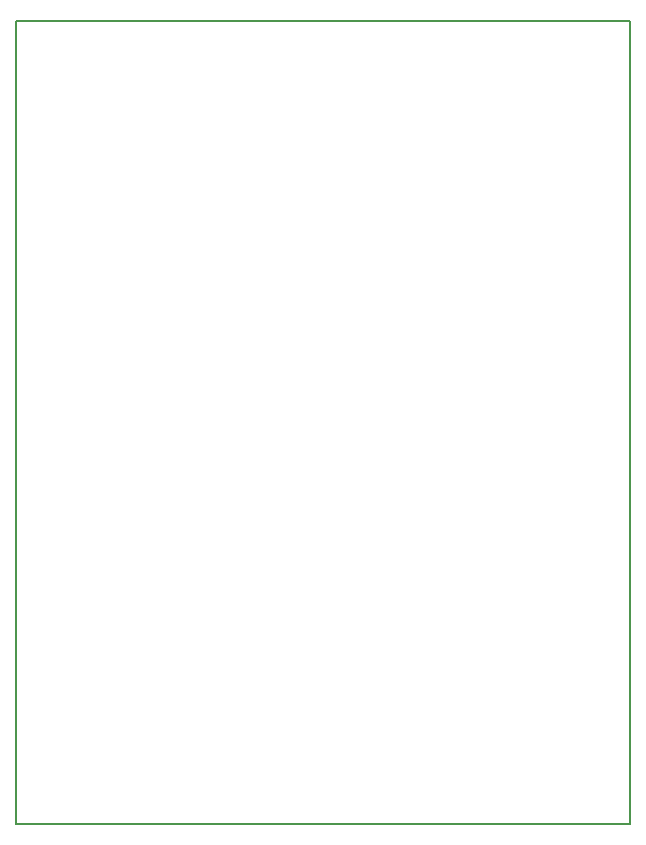
<source format=gbr>
G04 DipTrace 3.0.0.2*
G04 BoardOutline.gbr*
%MOMM*%
G04 #@! TF.FileFunction,Profile*
G04 #@! TF.Part,Single*
%ADD11C,0.14*%
%FSLAX35Y35*%
G04*
G71*
G90*
G75*
G01*
G04 BoardOutline*
%LPD*%
X1000000Y1000000D2*
D11*
Y7800000D1*
X6200000D1*
Y1000000D1*
X1000000D1*
M02*

</source>
